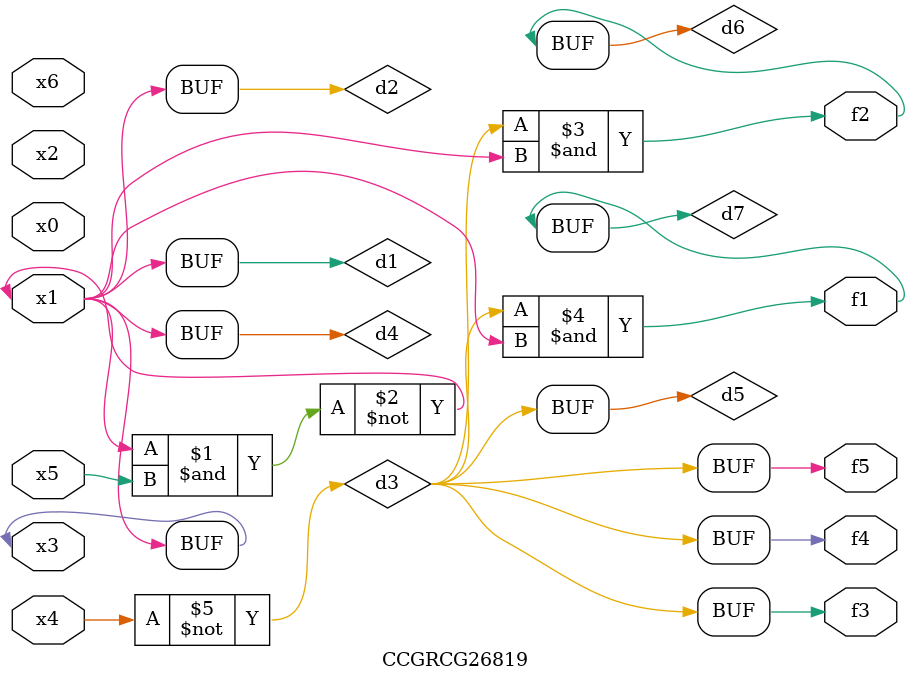
<source format=v>
module CCGRCG26819(
	input x0, x1, x2, x3, x4, x5, x6,
	output f1, f2, f3, f4, f5
);

	wire d1, d2, d3, d4, d5, d6, d7;

	buf (d1, x1, x3);
	nand (d2, x1, x5);
	not (d3, x4);
	buf (d4, d1, d2);
	buf (d5, d3);
	and (d6, d3, d4);
	and (d7, d3, d4);
	assign f1 = d7;
	assign f2 = d6;
	assign f3 = d5;
	assign f4 = d5;
	assign f5 = d5;
endmodule

</source>
